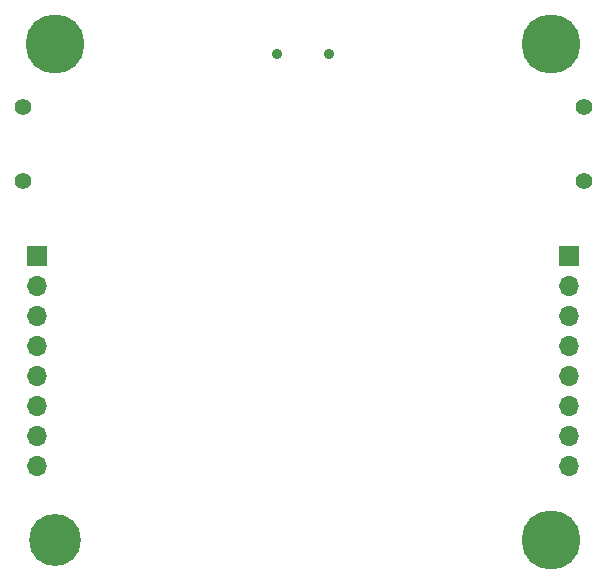
<source format=gbr>
%TF.GenerationSoftware,KiCad,Pcbnew,7.0.8*%
%TF.CreationDate,2023-11-19T03:45:18+01:00*%
%TF.ProjectId,ORBIT,4f524249-542e-46b6-9963-61645f706362,rev?*%
%TF.SameCoordinates,Original*%
%TF.FileFunction,Soldermask,Bot*%
%TF.FilePolarity,Negative*%
%FSLAX46Y46*%
G04 Gerber Fmt 4.6, Leading zero omitted, Abs format (unit mm)*
G04 Created by KiCad (PCBNEW 7.0.8) date 2023-11-19 03:45:18*
%MOMM*%
%LPD*%
G01*
G04 APERTURE LIST*
%ADD10C,1.400000*%
%ADD11C,0.800000*%
%ADD12C,5.000000*%
%ADD13C,0.700000*%
%ADD14C,4.400000*%
%ADD15C,0.900000*%
%ADD16R,1.700000X1.700000*%
%ADD17O,1.700000X1.700000*%
G04 APERTURE END LIST*
D10*
%TO.C,PWR1*%
X172750000Y-79350000D03*
X172750000Y-85650000D03*
%TD*%
D11*
%TO.C,H1*%
X168125000Y-74000000D03*
X168674175Y-72674175D03*
X168674175Y-75325825D03*
X170000000Y-72125000D03*
D12*
X170000000Y-74000000D03*
D11*
X170000000Y-75875000D03*
X171325825Y-72674175D03*
X171325825Y-75325825D03*
X171875000Y-74000000D03*
%TD*%
%TO.C,H2*%
X126125000Y-74000000D03*
X126674175Y-72674175D03*
X126674175Y-75325825D03*
X128000000Y-72125000D03*
D12*
X128000000Y-74000000D03*
D11*
X128000000Y-75875000D03*
X129325825Y-72674175D03*
X129325825Y-75325825D03*
X129875000Y-74000000D03*
%TD*%
D13*
%TO.C,H3*%
X126350000Y-116000000D03*
X126833274Y-114833274D03*
X126833274Y-117166726D03*
X128000000Y-114350000D03*
D14*
X128000000Y-116000000D03*
D13*
X128000000Y-117650000D03*
X129166726Y-114833274D03*
X129166726Y-117166726D03*
X129650000Y-116000000D03*
%TD*%
D11*
%TO.C,H4*%
X168125000Y-116000000D03*
X168674175Y-114674175D03*
X168674175Y-117325825D03*
X170000000Y-114125000D03*
D12*
X170000000Y-116000000D03*
D11*
X170000000Y-117875000D03*
X171325825Y-114674175D03*
X171325825Y-117325825D03*
X171875000Y-116000000D03*
%TD*%
D15*
%TO.C,USB1*%
X151200000Y-74900000D03*
X146800000Y-74900000D03*
%TD*%
D16*
%TO.C,J1*%
X126500000Y-92000000D03*
D17*
X126500000Y-94540000D03*
X126500000Y-97080000D03*
X126500000Y-99620000D03*
X126500000Y-102160000D03*
X126500000Y-104700000D03*
X126500000Y-107240000D03*
X126500000Y-109780000D03*
%TD*%
D16*
%TO.C,J2*%
X171500000Y-92000000D03*
D17*
X171500000Y-94540000D03*
X171500000Y-97080000D03*
X171500000Y-99620000D03*
X171500000Y-102160000D03*
X171500000Y-104700000D03*
X171500000Y-107240000D03*
X171500000Y-109780000D03*
%TD*%
D10*
%TO.C,BOOT0*%
X125250000Y-85650000D03*
X125250000Y-79350000D03*
%TD*%
M02*

</source>
